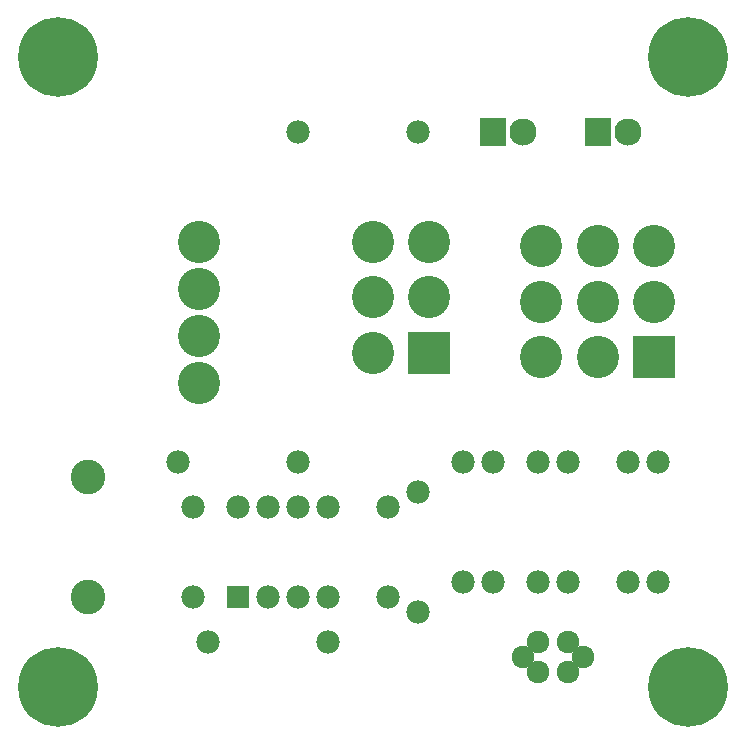
<source format=gbr>
G04 #@! TF.FileFunction,Soldermask,Bot*
%FSLAX46Y46*%
G04 Gerber Fmt 4.6, Leading zero omitted, Abs format (unit mm)*
G04 Created by KiCad (PCBNEW (2016-03-22 BZR 6643, Git db8c72c)-product) date 4/2/2016 6:33:22 PM*
%MOMM*%
G01*
G04 APERTURE LIST*
%ADD10C,0.100000*%
%ADD11C,1.974800*%
%ADD12R,2.300000X2.400000*%
%ADD13C,2.300000*%
%ADD14C,3.575000*%
%ADD15R,3.575000X3.575000*%
%ADD16R,1.974800X1.974800*%
%ADD17C,2.940000*%
%ADD18C,6.750000*%
%ADD19C,1.924000*%
G04 APERTURE END LIST*
D10*
D11*
X111760000Y-92710000D03*
X111760000Y-100330000D03*
X128270000Y-100330000D03*
X128270000Y-92710000D03*
D12*
X146050000Y-60960000D03*
D13*
X148590000Y-60960000D03*
D12*
X137160000Y-60960000D03*
D13*
X139700000Y-60960000D03*
D14*
X112318800Y-82143600D03*
X112318800Y-78181200D03*
X112318800Y-74218800D03*
X112318800Y-70256400D03*
D11*
X120650000Y-60960000D03*
X130810000Y-60960000D03*
X148590000Y-88878951D03*
X148590000Y-99038951D03*
X151130000Y-88900000D03*
X151130000Y-99060000D03*
X137160000Y-88900000D03*
X137160000Y-99060000D03*
X134620000Y-88900000D03*
X134620000Y-99060000D03*
X140970000Y-88900000D03*
X140970000Y-99060000D03*
X143510000Y-88900000D03*
X143510000Y-99060000D03*
X130810000Y-101600000D03*
X130810000Y-91440000D03*
X113030000Y-104140000D03*
X123190000Y-104140000D03*
X110490000Y-88900000D03*
X120650000Y-88900000D03*
D15*
X131800600Y-79629000D03*
D14*
X131800600Y-74930000D03*
X131800600Y-70231000D03*
X127000000Y-79629000D03*
X127000000Y-74930000D03*
X127000000Y-70231000D03*
D15*
X150850600Y-80010000D03*
D14*
X150850600Y-75311000D03*
X150850600Y-70612000D03*
X146050000Y-80010000D03*
X146050000Y-75311000D03*
X146050000Y-70612000D03*
X141249400Y-80010000D03*
X141249400Y-75311000D03*
X141249400Y-70612000D03*
D16*
X115570000Y-100330000D03*
D11*
X118110000Y-100330000D03*
X120650000Y-100330000D03*
X123190000Y-100330000D03*
X123190000Y-92710000D03*
X120650000Y-92710000D03*
X118110000Y-92710000D03*
X115570000Y-92710000D03*
D17*
X102870000Y-100330000D03*
X102870000Y-90170000D03*
D18*
X100330000Y-107950000D03*
X153670000Y-107950000D03*
X100330000Y-54610000D03*
X153670000Y-54610000D03*
D19*
X144780000Y-105410000D03*
X143510000Y-106680000D03*
X143510000Y-104140000D03*
X140970000Y-104140000D03*
X140970000Y-106680000D03*
X139700000Y-105410000D03*
M02*

</source>
